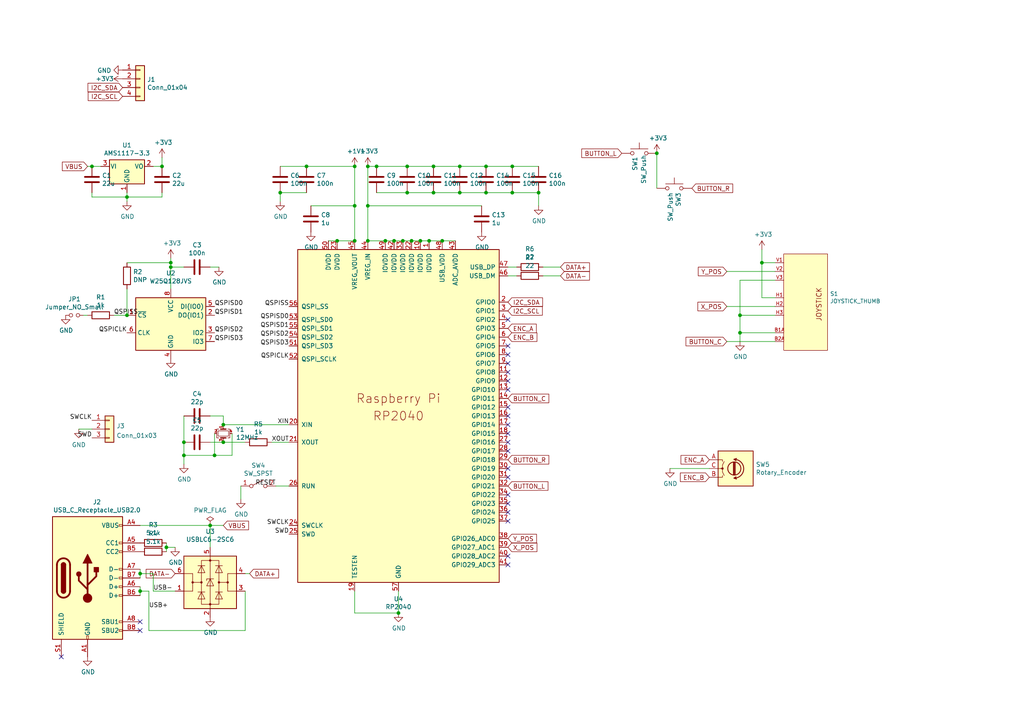
<source format=kicad_sch>
(kicad_sch (version 20211123) (generator eeschema)
  (paper "A4")
  (lib_symbols
    (symbol "Connector:USB_C_Receptacle_USB2.0" (pin_names (offset 1.016))
      (property "Reference" "J" (at -10.16 19.05 0))
      (property "Value" "USB_C_Receptacle_USB2.0" (at 19.05 19.05 0))
      (symbol "USB_C_Receptacle_USB2.0_0_0"
        (rectangle (start -0.254 -17.78) (end 0.254 -16.764))
        (rectangle (start 10.16 -14.986) (end 9.144 -15.494))
        (rectangle (start 10.16 -12.446) (end 9.144 -12.954))
        (rectangle (start 10.16 -4.826) (end 9.144 -5.334))
        (rectangle (start 10.16 -2.286) (end 9.144 -2.794))
        (rectangle (start 10.16 0.254) (end 9.144 -0.254))
        (rectangle (start 10.16 2.794) (end 9.144 2.286))
        (rectangle (start 10.16 7.874) (end 9.144 7.366))
        (rectangle (start 10.16 10.414) (end 9.144 9.906))
        (rectangle (start 10.16 15.494) (end 9.144 14.986))
      )
      (symbol "USB_C_Receptacle_USB2.0_0_1"
        (rectangle (start -10.16 17.78) (end 10.16 -17.78) (stroke (width 0.254)) (fill (type background)))
        (arc (start -8.89 -3.81) (mid -6.985 -5.715) (end -5.08 -3.81) (stroke (width 0.508)))
        (arc (start -7.62 -3.81) (mid -6.985 -4.445) (end -6.35 -3.81) (stroke (width 0.254)))
        (arc (start -7.62 -3.81) (mid -6.985 -4.445) (end -6.35 -3.81) (stroke (width 0.254)) (fill (type outline)))
        (rectangle (start -7.62 -3.81) (end -6.35 3.81) (stroke (width 0.254)) (fill (type outline)))
        (arc (start -6.35 3.81) (mid -6.985 4.445) (end -7.62 3.81) (stroke (width 0.254)))
        (arc (start -6.35 3.81) (mid -6.985 4.445) (end -7.62 3.81) (stroke (width 0.254)) (fill (type outline)))
        (arc (start -5.08 3.81) (mid -6.985 5.715) (end -8.89 3.81) (stroke (width 0.508)))
        (circle (center -2.54 1.143) (radius 0.635) (stroke (width 0.254)) (fill (type outline)))
        (circle (center 0 -5.842) (radius 1.27) (fill (type outline)))
        (polyline (pts (xy -8.89 -3.81) (xy -8.89 3.81)) (stroke (width 0.508)))
        (polyline (pts (xy -5.08 3.81) (xy -5.08 -3.81)) (stroke (width 0.508)))
        (polyline (pts (xy 0 -5.842) (xy 0 4.318)) (stroke (width 0.508)))
        (polyline (pts (xy 0 -3.302) (xy -2.54 -0.762) (xy -2.54 0.508)) (stroke (width 0.508)))
        (polyline (pts (xy 0 -2.032) (xy 2.54 0.508) (xy 2.54 1.778)) (stroke (width 0.508)))
        (polyline (pts (xy -1.27 4.318) (xy 0 6.858) (xy 1.27 4.318) (xy -1.27 4.318)) (stroke (width 0.254)) (fill (type outline)))
        (rectangle (start 1.905 1.778) (end 3.175 3.048) (stroke (width 0.254)) (fill (type outline)))
      )
      (symbol "USB_C_Receptacle_USB2.0_1_1"
        (pin passive line (at 0 -22.86 90) (length 5.08) (name "GND") (number "A1"))
        (pin passive line (at 0 -22.86 90) (length 5.08) hide (name "GND") (number "A12"))
        (pin passive line (at 15.24 15.24 180) (length 5.08) (name "VBUS") (number "A4"))
        (pin bidirectional line (at 15.24 10.16 180) (length 5.08) (name "CC1") (number "A5"))
        (pin bidirectional line (at 15.24 -2.54 180) (length 5.08) (name "D+") (number "A6"))
        (pin bidirectional line (at 15.24 2.54 180) (length 5.08) (name "D-") (number "A7"))
        (pin bidirectional line (at 15.24 -12.7 180) (length 5.08) (name "SBU1") (number "A8"))
        (pin passive line (at 15.24 15.24 180) (length 5.08) hide (name "VBUS") (number "A9"))
        (pin passive line (at 0 -22.86 90) (length 5.08) hide (name "GND") (number "B1"))
        (pin passive line (at 0 -22.86 90) (length 5.08) hide (name "GND") (number "B12"))
        (pin passive line (at 15.24 15.24 180) (length 5.08) hide (name "VBUS") (number "B4"))
        (pin bidirectional line (at 15.24 7.62 180) (length 5.08) (name "CC2") (number "B5"))
        (pin bidirectional line (at 15.24 -5.08 180) (length 5.08) (name "D+") (number "B6"))
        (pin bidirectional line (at 15.24 0 180) (length 5.08) (name "D-") (number "B7"))
        (pin bidirectional line (at 15.24 -15.24 180) (length 5.08) (name "SBU2") (number "B8"))
        (pin passive line (at 15.24 15.24 180) (length 5.08) hide (name "VBUS") (number "B9"))
        (pin passive line (at -7.62 -22.86 90) (length 5.08) (name "SHIELD") (number "S1"))
      )
    )
    (symbol "Connector_Generic:Conn_01x03" (pin_names (offset 1.016) hide)
      (property "Reference" "J" (at 0 5.08 0))
      (property "Value" "Conn_01x03" (at 0 -5.08 0))
      (symbol "Conn_01x03_1_1"
        (rectangle (start -1.27 -2.413) (end 0 -2.667) (stroke (width 0.1524)))
        (rectangle (start -1.27 0.127) (end 0 -0.127) (stroke (width 0.1524)))
        (rectangle (start -1.27 2.667) (end 0 2.413) (stroke (width 0.1524)))
        (rectangle (start -1.27 3.81) (end 1.27 -3.81) (stroke (width 0.254)) (fill (type background)))
        (pin passive line (at -5.08 2.54 0) (length 3.81) (name "Pin_1") (number "1"))
        (pin passive line (at -5.08 0 0) (length 3.81) (name "Pin_2") (number "2"))
        (pin passive line (at -5.08 -2.54 0) (length 3.81) (name "Pin_3") (number "3"))
      )
    )
    (symbol "Connector_Generic:Conn_01x04" (pin_names (offset 1.016) hide)
      (property "Reference" "J" (at 0 5.08 0))
      (property "Value" "Conn_01x04" (at 0 -7.62 0))
      (symbol "Conn_01x04_1_1"
        (rectangle (start -1.27 -4.953) (end 0 -5.207) (stroke (width 0.1524)))
        (rectangle (start -1.27 -2.413) (end 0 -2.667) (stroke (width 0.1524)))
        (rectangle (start -1.27 0.127) (end 0 -0.127) (stroke (width 0.1524)))
        (rectangle (start -1.27 2.667) (end 0 2.413) (stroke (width 0.1524)))
        (rectangle (start -1.27 3.81) (end 1.27 -6.35) (stroke (width 0.254)) (fill (type background)))
        (pin passive line (at -5.08 2.54 0) (length 3.81) (name "Pin_1") (number "1"))
        (pin passive line (at -5.08 0 0) (length 3.81) (name "Pin_2") (number "2"))
        (pin passive line (at -5.08 -2.54 0) (length 3.81) (name "Pin_3") (number "3"))
        (pin passive line (at -5.08 -5.08 0) (length 3.81) (name "Pin_4") (number "4"))
      )
    )
    (symbol "Device:C" (pin_numbers hide) (pin_names (offset 0.254))
      (property "Reference" "C" (at 0.635 2.54 0))
      (property "Value" "C" (at 0.635 -2.54 0))
      (symbol "C_0_1"
        (polyline (pts (xy -2.032 -0.762) (xy 2.032 -0.762)) (stroke (width 0.508)))
        (polyline (pts (xy -2.032 0.762) (xy 2.032 0.762)) (stroke (width 0.508)))
      )
      (symbol "C_1_1"
        (pin passive line (at 0 3.81 270) (length 2.794) (name "~") (number "1"))
        (pin passive line (at 0 -3.81 90) (length 2.794) (name "~") (number "2"))
      )
    )
    (symbol "Device:Crystal_GND24_Small" (pin_names (offset 1.016) hide)
      (property "Reference" "Y" (at 1.27 4.445 0))
      (property "Value" "Crystal_GND24_Small" (at 1.27 2.54 0))
      (symbol "Crystal_GND24_Small_0_1"
        (rectangle (start -0.762 -1.524) (end 0.762 1.524))
        (polyline (pts (xy -1.27 -0.762) (xy -1.27 0.762)) (stroke (width 0.381)))
        (polyline (pts (xy 1.27 -0.762) (xy 1.27 0.762)) (stroke (width 0.381)))
        (polyline (pts (xy -1.27 -1.27) (xy -1.27 -1.905) (xy 1.27 -1.905) (xy 1.27 -1.27)))
        (polyline (pts (xy -1.27 1.27) (xy -1.27 1.905) (xy 1.27 1.905) (xy 1.27 1.27)))
      )
      (symbol "Crystal_GND24_Small_1_1"
        (pin passive line (at -2.54 0 0) (length 1.27) (name "1") (number "1"))
        (pin passive line (at 0 -2.54 90) (length 0.635) (name "2") (number "2"))
        (pin passive line (at 2.54 0 180) (length 1.27) (name "3") (number "3"))
        (pin passive line (at 0 2.54 270) (length 0.635) (name "4") (number "4"))
      )
    )
    (symbol "Device:Jumper_NO_Small" (pin_numbers hide) (pin_names (offset 0.762) hide)
      (property "Reference" "JP" (at 0 2.032 0))
      (property "Value" "Device_Jumper_NO_Small" (at 0.254 -1.524 0))
      (symbol "Jumper_NO_Small_0_1"
        (circle (center -1.016 0) (radius 0.508))
        (circle (center 1.016 0) (radius 0.508))
        (pin passive line (at -2.54 0 0) (length 1.016) (name "1") (number "1"))
        (pin passive line (at 2.54 0 180) (length 1.016) (name "2") (number "2"))
      )
    )
    (symbol "Device:R" (pin_numbers hide) (pin_names (offset 0))
      (property "Reference" "R" (at 2.032 0 90))
      (property "Value" "R" (at 0 0 90))
      (symbol "R_0_1"
        (rectangle (start -1.016 -2.54) (end 1.016 2.54) (stroke (width 0.254)))
      )
      (symbol "R_1_1"
        (pin passive line (at 0 3.81 270) (length 1.27) (name "~") (number "1"))
        (pin passive line (at 0 -3.81 90) (length 1.27) (name "~") (number "2"))
      )
    )
    (symbol "Device:Rotary_Encoder" (pin_names (offset 0.254) hide)
      (property "Reference" "SW" (at 0 6.604 0))
      (property "Value" "Device_Rotary_Encoder" (at 0 -6.604 0))
      (symbol "Rotary_Encoder_0_1"
        (rectangle (start -5.08 5.08) (end 5.08 -5.08) (stroke (width 0.254)) (fill (type background)))
        (circle (center -3.81 0) (radius 0.254) (fill (type outline)))
        (arc (start -0.381 -2.794) (mid 2.3622 -0.0635) (end -0.381 2.667) (stroke (width 0.254)))
        (circle (center -0.381 0) (radius 1.905) (stroke (width 0.254)))
        (polyline (pts (xy -0.635 -1.778) (xy -0.635 1.778)) (stroke (width 0.254)))
        (polyline (pts (xy -0.381 -1.778) (xy -0.381 1.778)) (stroke (width 0.254)))
        (polyline (pts (xy -0.127 1.778) (xy -0.127 -1.778)) (stroke (width 0.254)))
        (polyline (pts (xy -5.08 -2.54) (xy -3.81 -2.54) (xy -3.81 -2.032)))
        (polyline (pts (xy -5.08 2.54) (xy -3.81 2.54) (xy -3.81 2.032)))
        (polyline (pts (xy 0.254 -3.048) (xy -0.508 -2.794) (xy 0.127 -2.413)) (stroke (width 0.254)))
        (polyline (pts (xy 0.254 2.921) (xy -0.508 2.667) (xy 0.127 2.286)) (stroke (width 0.254)))
        (polyline (pts (xy -5.08 0) (xy -3.81 0) (xy -3.81 -1.016) (xy -3.302 -2.032)))
        (polyline (pts (xy -4.318 0) (xy -3.81 0) (xy -3.81 1.016) (xy -3.302 2.032)))
      )
      (symbol "Rotary_Encoder_1_1"
        (pin passive line (at -7.62 2.54 0) (length 2.54) (name "A") (number "A"))
        (pin passive line (at -7.62 -2.54 0) (length 2.54) (name "B") (number "B"))
        (pin passive line (at -7.62 0 0) (length 2.54) (name "C") (number "C"))
      )
    )
    (symbol "MCU_RaspberryPi_RP2040:RP2040" (pin_names (offset 1.016))
      (property "Reference" "U" (at -29.21 49.53 0))
      (property "Value" "RP2040" (at 24.13 -49.53 0))
      (symbol "RP2040_0_0"
        (text "Raspberry Pi" (at 0 5.08 0) (effects (font (size 2.54 2.54))))
        (text "RP2040" (at 0 0 0) (effects (font (size 2.54 2.54))))
      )
      (symbol "RP2040_0_1"
        (rectangle (start 29.21 48.26) (end -29.21 -48.26) (stroke (width 0.254)) (fill (type background)))
      )
      (symbol "RP2040_1_1"
        (pin power_in line (at 8.89 50.8 270) (length 2.54) (name "IOVDD") (number "1"))
        (pin power_in line (at 6.35 50.8 270) (length 2.54) (name "IOVDD") (number "10"))
        (pin bidirectional line (at 31.75 12.7 180) (length 2.54) (name "GPIO8") (number "11"))
        (pin bidirectional line (at 31.75 10.16 180) (length 2.54) (name "GPIO9") (number "12"))
        (pin bidirectional line (at 31.75 7.62 180) (length 2.54) (name "GPIO10") (number "13"))
        (pin bidirectional line (at 31.75 5.08 180) (length 2.54) (name "GPIO11") (number "14"))
        (pin bidirectional line (at 31.75 2.54 180) (length 2.54) (name "GPIO12") (number "15"))
        (pin bidirectional line (at 31.75 0 180) (length 2.54) (name "GPIO13") (number "16"))
        (pin bidirectional line (at 31.75 -2.54 180) (length 2.54) (name "GPIO14") (number "17"))
        (pin bidirectional line (at 31.75 -5.08 180) (length 2.54) (name "GPIO15") (number "18"))
        (pin passive line (at -12.7 -50.8 90) (length 2.54) (name "TESTEN") (number "19"))
        (pin bidirectional line (at 31.75 33.02 180) (length 2.54) (name "GPIO0") (number "2"))
        (pin input line (at -31.75 -2.54 0) (length 2.54) (name "XIN") (number "20"))
        (pin passive line (at -31.75 -7.62 0) (length 2.54) (name "XOUT") (number "21"))
        (pin power_in line (at 3.81 50.8 270) (length 2.54) (name "IOVDD") (number "22"))
        (pin power_in line (at -17.78 50.8 270) (length 2.54) (name "DVDD") (number "23"))
        (pin output line (at -31.75 -31.75 0) (length 2.54) (name "SWCLK") (number "24"))
        (pin bidirectional line (at -31.75 -34.29 0) (length 2.54) (name "SWD") (number "25"))
        (pin input line (at -31.75 -20.32 0) (length 2.54) (name "RUN") (number "26"))
        (pin bidirectional line (at 31.75 -7.62 180) (length 2.54) (name "GPIO16") (number "27"))
        (pin bidirectional line (at 31.75 -10.16 180) (length 2.54) (name "GPIO17") (number "28"))
        (pin bidirectional line (at 31.75 -12.7 180) (length 2.54) (name "GPIO18") (number "29"))
        (pin bidirectional line (at 31.75 30.48 180) (length 2.54) (name "GPIO1") (number "3"))
        (pin bidirectional line (at 31.75 -15.24 180) (length 2.54) (name "GPIO19") (number "30"))
        (pin bidirectional line (at 31.75 -17.78 180) (length 2.54) (name "GPIO20") (number "31"))
        (pin bidirectional line (at 31.75 -20.32 180) (length 2.54) (name "GPIO21") (number "32"))
        (pin power_in line (at 1.27 50.8 270) (length 2.54) (name "IOVDD") (number "33"))
        (pin bidirectional line (at 31.75 -22.86 180) (length 2.54) (name "GPIO22") (number "34"))
        (pin bidirectional line (at 31.75 -25.4 180) (length 2.54) (name "GPIO23") (number "35"))
        (pin bidirectional line (at 31.75 -27.94 180) (length 2.54) (name "GPIO24") (number "36"))
        (pin bidirectional line (at 31.75 -30.48 180) (length 2.54) (name "GPIO25") (number "37"))
        (pin bidirectional line (at 31.75 -35.56 180) (length 2.54) (name "GPIO26_ADC0") (number "38"))
        (pin bidirectional line (at 31.75 -38.1 180) (length 2.54) (name "GPIO27_ADC1") (number "39"))
        (pin bidirectional line (at 31.75 27.94 180) (length 2.54) (name "GPIO2") (number "4"))
        (pin bidirectional line (at 31.75 -40.64 180) (length 2.54) (name "GPIO28_ADC2") (number "40"))
        (pin bidirectional line (at 31.75 -43.18 180) (length 2.54) (name "GPIO29_ADC3") (number "41"))
        (pin power_in line (at -1.27 50.8 270) (length 2.54) (name "IOVDD") (number "42"))
        (pin power_in line (at 16.51 50.8 270) (length 2.54) (name "ADC_AVDD") (number "43"))
        (pin power_in line (at -8.89 50.8 270) (length 2.54) (name "VREG_IN") (number "44"))
        (pin power_out line (at -12.7 50.8 270) (length 2.54) (name "VREG_VOUT") (number "45"))
        (pin bidirectional line (at 31.75 40.64 180) (length 2.54) (name "USB_DM") (number "46"))
        (pin bidirectional line (at 31.75 43.18 180) (length 2.54) (name "USB_DP") (number "47"))
        (pin power_in line (at 12.7 50.8 270) (length 2.54) (name "USB_VDD") (number "48"))
        (pin power_in line (at -3.81 50.8 270) (length 2.54) (name "IOVDD") (number "49"))
        (pin bidirectional line (at 31.75 25.4 180) (length 2.54) (name "GPIO3") (number "5"))
        (pin power_in line (at -20.32 50.8 270) (length 2.54) (name "DVDD") (number "50"))
        (pin bidirectional line (at -31.75 20.32 0) (length 2.54) (name "QSPI_SD3") (number "51"))
        (pin output line (at -31.75 16.51 0) (length 2.54) (name "QSPI_SCLK") (number "52"))
        (pin bidirectional line (at -31.75 27.94 0) (length 2.54) (name "QSPI_SD0") (number "53"))
        (pin bidirectional line (at -31.75 22.86 0) (length 2.54) (name "QSPI_SD2") (number "54"))
        (pin bidirectional line (at -31.75 25.4 0) (length 2.54) (name "QSPI_SD1") (number "55"))
        (pin bidirectional line (at -31.75 31.75 0) (length 2.54) (name "QSPI_SS") (number "56"))
        (pin power_in line (at 0 -50.8 90) (length 2.54) (name "GND") (number "57"))
        (pin bidirectional line (at 31.75 22.86 180) (length 2.54) (name "GPIO4") (number "6"))
        (pin bidirectional line (at 31.75 20.32 180) (length 2.54) (name "GPIO5") (number "7"))
        (pin bidirectional line (at 31.75 17.78 180) (length 2.54) (name "GPIO6") (number "8"))
        (pin bidirectional line (at 31.75 15.24 180) (length 2.54) (name "GPIO7") (number "9"))
      )
    )
    (symbol "Memory_Flash:W25Q128JVS"
      (property "Reference" "U" (at -8.89 8.89 0))
      (property "Value" "W25Q128JVS" (at 7.62 8.89 0))
      (symbol "W25Q128JVS_0_1"
        (rectangle (start -10.16 7.62) (end 10.16 -7.62) (stroke (width 0.254)) (fill (type background)))
      )
      (symbol "W25Q128JVS_1_1"
        (pin input line (at -12.7 2.54 0) (length 2.54) (name "~{CS}") (number "1"))
        (pin bidirectional line (at 12.7 2.54 180) (length 2.54) (name "DO(IO1)") (number "2"))
        (pin bidirectional line (at 12.7 -2.54 180) (length 2.54) (name "IO2") (number "3"))
        (pin power_in line (at 0 -10.16 90) (length 2.54) (name "GND") (number "4"))
        (pin bidirectional line (at 12.7 5.08 180) (length 2.54) (name "DI(IO0)") (number "5"))
        (pin input line (at -12.7 -2.54 0) (length 2.54) (name "CLK") (number "6"))
        (pin bidirectional line (at 12.7 -5.08 180) (length 2.54) (name "IO3") (number "7"))
        (pin power_in line (at 0 10.16 270) (length 2.54) (name "VCC") (number "8"))
      )
    )
    (symbol "Power_Protection:USBLC6-2SC6" (pin_names hide)
      (property "Reference" "U" (at 2.54 8.89 0))
      (property "Value" "USBLC6-2SC6" (at 2.54 -8.89 0))
      (symbol "USBLC6-2SC6_0_1"
        (rectangle (start -7.62 -7.62) (end 7.62 7.62) (stroke (width 0.254)) (fill (type background)))
        (circle (center -5.08 0) (radius 0.254) (fill (type outline)))
        (circle (center -2.54 0) (radius 0.254) (fill (type outline)))
        (rectangle (start -2.54 6.35) (end 2.54 -6.35))
        (circle (center 0 -6.35) (radius 0.254) (fill (type outline)))
        (polyline (pts (xy -5.08 -2.54) (xy -7.62 -2.54)))
        (polyline (pts (xy -5.08 0) (xy -5.08 -2.54)))
        (polyline (pts (xy -5.08 2.54) (xy -7.62 2.54)))
        (polyline (pts (xy -1.524 -2.794) (xy -3.556 -2.794)))
        (polyline (pts (xy -1.524 4.826) (xy -3.556 4.826)))
        (polyline (pts (xy 0 -7.62) (xy 0 -6.35)))
        (polyline (pts (xy 0 -6.35) (xy 0 1.27)))
        (polyline (pts (xy 0 1.27) (xy 0 6.35)))
        (polyline (pts (xy 0 6.35) (xy 0 7.62)))
        (polyline (pts (xy 1.524 -2.794) (xy 3.556 -2.794)))
        (polyline (pts (xy 1.524 4.826) (xy 3.556 4.826)))
        (polyline (pts (xy 5.08 -2.54) (xy 7.62 -2.54)))
        (polyline (pts (xy 5.08 0) (xy 5.08 -2.54)))
        (polyline (pts (xy 5.08 2.54) (xy 7.62 2.54)))
        (polyline (pts (xy -2.54 0) (xy -5.08 0) (xy -5.08 2.54)))
        (polyline (pts (xy 2.54 0) (xy 5.08 0) (xy 5.08 2.54)))
        (polyline (pts (xy -3.556 -4.826) (xy -1.524 -4.826) (xy -2.54 -2.794) (xy -3.556 -4.826)))
        (polyline (pts (xy -3.556 2.794) (xy -1.524 2.794) (xy -2.54 4.826) (xy -3.556 2.794)))
        (polyline (pts (xy -1.016 -1.016) (xy 1.016 -1.016) (xy 0 1.016) (xy -1.016 -1.016)))
        (polyline (pts (xy 1.016 1.016) (xy 0.762 1.016) (xy -1.016 1.016) (xy -1.016 0.508)))
        (polyline (pts (xy 3.556 -4.826) (xy 1.524 -4.826) (xy 2.54 -2.794) (xy 3.556 -4.826)))
        (polyline (pts (xy 3.556 2.794) (xy 1.524 2.794) (xy 2.54 4.826) (xy 3.556 2.794)))
        (circle (center 0 6.35) (radius 0.254) (fill (type outline)))
        (circle (center 2.54 0) (radius 0.254) (fill (type outline)))
        (circle (center 5.08 0) (radius 0.254) (fill (type outline)))
      )
      (symbol "USBLC6-2SC6_1_1"
        (pin passive line (at -10.16 -2.54 0) (length 2.54) (name "I/O1") (number "1"))
        (pin passive line (at 0 -10.16 90) (length 2.54) (name "GND") (number "2"))
        (pin passive line (at 10.16 -2.54 180) (length 2.54) (name "I/O2") (number "3"))
        (pin passive line (at 10.16 2.54 180) (length 2.54) (name "I/O2") (number "4"))
        (pin passive line (at 0 10.16 270) (length 2.54) (name "VBUS") (number "5"))
        (pin passive line (at -10.16 2.54 0) (length 2.54) (name "I/O1") (number "6"))
      )
    )
    (symbol "Regulator_Linear:AMS1117-3.3" (pin_names (offset 0.254))
      (property "Reference" "U" (at -3.81 3.175 0))
      (property "Value" "AMS1117-3.3" (at 0 3.175 0))
      (symbol "AMS1117-3.3_0_1"
        (rectangle (start -5.08 -5.08) (end 5.08 1.905) (stroke (width 0.254)) (fill (type background)))
      )
      (symbol "AMS1117-3.3_1_1"
        (pin power_in line (at 0 -7.62 90) (length 2.54) (name "GND") (number "1"))
        (pin power_out line (at 7.62 0 180) (length 2.54) (name "VO") (number "2"))
        (pin power_in line (at -7.62 0 0) (length 2.54) (name "VI") (number "3"))
      )
    )
    (symbol "Sparkfun-sw:JOYSTICK_THUMB" (pin_names (offset 1.016) hide)
      (property "Reference" "S" (at -6.35 13.97 0))
      (property "Value" "JOYSTICK_THUMB" (at -6.35 -17.78 0))
      (property "Field4" "COMP-09744" (at 0 17.78 0))
      (symbol "JOYSTICK_THUMB_1_0"
        (text "JOYSTICK" (at 3.8608 -1.905 900) (effects (font (size 1.4224 1.4224))))
      )
      (symbol "JOYSTICK_THUMB_1_1"
        (polyline (pts (xy -6.35 12.7) (xy 6.35 12.7) (xy 6.35 -15.24) (xy -6.35 -15.24) (xy -6.35 12.7)) (fill (type background)))
        (pin bidirectional line (at -8.89 -10.16 0) (length 2.54) (name "SEL+") (number "B1A"))
        (pin bidirectional line (at -8.89 -12.7 0) (length 2.54) (name "SEL-") (number "B2A"))
        (pin bidirectional line (at -8.89 0 0) (length 2.54) (name "H+") (number "H1"))
        (pin bidirectional line (at -8.89 -2.54 0) (length 2.54) (name "H") (number "H2"))
        (pin bidirectional line (at -8.89 -5.08 0) (length 2.54) (name "H-") (number "H3"))
        (pin bidirectional line (at -8.89 10.16 0) (length 2.54) (name "V+") (number "V1"))
        (pin bidirectional line (at -8.89 7.62 0) (length 2.54) (name "V") (number "V2"))
        (pin bidirectional line (at -8.89 5.08 0) (length 2.54) (name "V-") (number "V3"))
      )
    )
    (symbol "Switch:SW_Push" (pin_numbers hide) (pin_names (offset 1.016) hide)
      (property "Reference" "SW" (at 1.27 2.54 0))
      (property "Value" "SW_Push" (at 0 -1.524 0))
      (symbol "SW_Push_0_1"
        (circle (center -2.032 0) (radius 0.508))
        (polyline (pts (xy 0 1.27) (xy 0 3.048)))
        (polyline (pts (xy 2.54 1.27) (xy -2.54 1.27)))
        (circle (center 2.032 0) (radius 0.508))
        (pin passive line (at -5.08 0 0) (length 2.54) (name "1") (number "1"))
        (pin passive line (at 5.08 0 180) (length 2.54) (name "2") (number "2"))
      )
    )
    (symbol "Switch:SW_SPST" (pin_names (offset 0) hide)
      (property "Reference" "SW" (at 0 3.175 0))
      (property "Value" "SW_SPST" (at 0 -2.54 0))
      (symbol "SW_SPST_0_0"
        (circle (center -2.032 0) (radius 0.508))
        (polyline (pts (xy -1.524 0.254) (xy 1.524 1.778)))
        (circle (center 2.032 0) (radius 0.508))
      )
      (symbol "SW_SPST_1_1"
        (pin passive line (at -5.08 0 0) (length 2.54) (name "A") (number "1"))
        (pin passive line (at 5.08 0 180) (length 2.54) (name "B") (number "2"))
      )
    )
    (symbol "power:+1V1" (power) (pin_names (offset 0))
      (property "Value" "+1V1" (at 0 3.556 0))
      (symbol "+1V1_0_1"
        (polyline (pts (xy -0.762 1.27) (xy 0 2.54)))
        (polyline (pts (xy 0 0) (xy 0 2.54)))
        (polyline (pts (xy 0 2.54) (xy 0.762 1.27)))
      )
      (symbol "+1V1_1_1"
        (pin power_in line (at 0 0 90) (length 0) hide (name "+1V1") (number "1"))
      )
    )
    (symbol "power:+3.3V" (power) (pin_names (offset 0))
      (property "Value" "+3.3V" (at 0 3.556 0))
      (symbol "+3.3V_0_1"
        (polyline (pts (xy -0.762 1.27) (xy 0 2.54)))
        (polyline (pts (xy 0 0) (xy 0 2.54)))
        (polyline (pts (xy 0 2.54) (xy 0.762 1.27)))
      )
      (symbol "+3.3V_1_1"
        (pin power_in line (at 0 0 90) (length 0) hide (name "+3V3") (number "1"))
      )
    )
    (symbol "power:GND" (power) (pin_names (offset 0))
      (property "Value" "GND" (at 0 -3.81 0))
      (symbol "GND_0_1"
        (polyline (pts (xy 0 0) (xy 0 -1.27) (xy 1.27 -1.27) (xy 0 -2.54) (xy -1.27 -1.27) (xy 0 -1.27)))
      )
      (symbol "GND_1_1"
        (pin power_in line (at 0 0 270) (length 0) hide (name "GND") (number "1"))
      )
    )
    (symbol "power:PWR_FLAG" (power) (pin_numbers hide) (pin_names (offset 0) hide)
      (property "Value" "PWR_FLAG" (at 0 3.81 0))
      (symbol "PWR_FLAG_0_0"
        (pin power_out line (at 0 0 90) (length 0) (name "pwr") (number "1"))
      )
      (symbol "PWR_FLAG_0_1"
        (polyline (pts (xy 0 0) (xy 0 1.27) (xy -1.016 1.905) (xy 0 2.54) (xy 1.016 1.905) (xy 0 1.27)))
      )
    )
  )
  (junction (at 121.92 69.85))
  (junction (at 88.9 48.26))
  (junction (at 109.22 48.26))
  (junction (at 48.26 158.75))
  (junction (at 124.46 69.85))
  (junction (at 118.11 55.88))
  (junction (at 46.99 48.26))
  (junction (at 49.53 77.47))
  (junction (at 106.68 48.26))
  (junction (at 102.87 48.26))
  (junction (at 148.59 55.88))
  (junction (at 36.83 91.44))
  (junction (at 214.63 96.52))
  (junction (at 116.84 69.85))
  (junction (at 64.77 123.19))
  (junction (at 140.97 48.26))
  (junction (at 128.27 69.85))
  (junction (at 220.98 76.2))
  (junction (at 40.64 166.37))
  (junction (at 40.64 171.45))
  (junction (at 36.83 57.15))
  (junction (at 190.5 44.45))
  (junction (at 102.87 59.69))
  (junction (at 111.76 69.85))
  (junction (at 114.3 69.85))
  (junction (at 53.34 132.08))
  (junction (at 62.23 132.08))
  (junction (at 26.67 48.26))
  (junction (at 97.79 69.85))
  (junction (at 156.21 55.88))
  (junction (at 140.97 55.88))
  (junction (at 102.87 69.85))
  (junction (at 49.53 76.2))
  (junction (at 106.68 59.69))
  (junction (at 53.34 128.27))
  (junction (at 115.57 177.8))
  (junction (at 60.96 152.4))
  (junction (at 64.77 128.27))
  (junction (at 119.38 69.85))
  (junction (at 148.59 48.26))
  (junction (at 133.35 55.88))
  (junction (at 133.35 48.26))
  (junction (at 125.73 55.88))
  (junction (at 118.11 48.26))
  (junction (at 214.63 91.44))
  (junction (at 125.73 48.26))
  (junction (at 81.28 55.88))
  (junction (at 106.68 69.85))
  (no_connect (at 147.32 110.49))
  (no_connect (at 40.64 180.34))
  (no_connect (at 147.32 128.27))
  (no_connect (at 147.32 148.59))
  (no_connect (at 147.32 100.33))
  (no_connect (at 147.32 143.51))
  (no_connect (at 147.32 146.05))
  (no_connect (at 147.32 123.19))
  (no_connect (at 147.32 161.29))
  (no_connect (at 147.32 113.03))
  (no_connect (at 147.32 151.13))
  (no_connect (at 147.32 105.41))
  (no_connect (at 147.32 130.81))
  (no_connect (at 147.32 135.89))
  (no_connect (at 147.32 107.95))
  (no_connect (at 40.64 182.88))
  (no_connect (at 147.32 92.71))
  (no_connect (at 17.78 190.5))
  (no_connect (at 147.32 138.43))
  (no_connect (at 147.32 102.87))
  (no_connect (at 147.32 120.65))
  (no_connect (at 147.32 118.11))
  (no_connect (at 147.32 125.73))
  (no_connect (at 147.32 163.83))
  (wire (pts (xy 49.53 76.2) (xy 49.53 77.47)))
  (wire (pts (xy 121.92 69.85) (xy 124.46 69.85)))
  (wire (pts (xy 36.83 76.2) (xy 49.53 76.2)))
  (wire (pts (xy 116.84 69.85) (xy 119.38 69.85)))
  (wire (pts (xy 40.64 165.1) (xy 40.64 166.37)))
  (wire (pts (xy 22.86 124.46) (xy 26.67 124.46)))
  (wire (pts (xy 53.34 128.27) (xy 53.34 120.65)))
  (wire (pts (xy 109.22 48.26) (xy 118.11 48.26)))
  (wire (pts (xy 44.45 171.45) (xy 50.8 171.45)))
  (wire (pts (xy 111.76 69.85) (xy 114.3 69.85)))
  (wire (pts (xy 48.26 158.75) (xy 48.26 160.02)))
  (wire (pts (xy 53.34 134.62) (xy 53.34 132.08)))
  (wire (pts (xy 49.53 74.93) (xy 49.53 76.2)))
  (wire (pts (xy 133.35 55.88) (xy 140.97 55.88)))
  (wire (pts (xy 149.86 77.47) (xy 147.32 77.47)))
  (wire (pts (xy 62.23 125.73) (xy 62.23 132.08)))
  (wire (pts (xy 220.98 86.36) (xy 220.98 76.2)))
  (wire (pts (xy 71.12 128.27) (xy 64.77 128.27)))
  (wire (pts (xy 60.96 152.4) (xy 64.77 152.4)))
  (wire (pts (xy 106.68 69.85) (xy 111.76 69.85)))
  (wire (pts (xy 71.12 171.45) (xy 71.12 182.88)))
  (wire (pts (xy 224.79 86.36) (xy 220.98 86.36)))
  (wire (pts (xy 88.9 55.88) (xy 81.28 55.88)))
  (wire (pts (xy 48.26 158.75) (xy 50.8 158.75)))
  (wire (pts (xy 224.79 96.52) (xy 214.63 96.52)))
  (wire (pts (xy 43.18 182.88) (xy 71.12 182.88)))
  (wire (pts (xy 224.79 76.2) (xy 220.98 76.2)))
  (wire (pts (xy 106.68 48.26) (xy 109.22 48.26)))
  (wire (pts (xy 53.34 77.47) (xy 49.53 77.47)))
  (wire (pts (xy 133.35 48.26) (xy 140.97 48.26)))
  (wire (pts (xy 97.79 69.85) (xy 102.87 69.85)))
  (wire (pts (xy 194.31 135.89) (xy 205.74 135.89)))
  (wire (pts (xy 224.79 81.28) (xy 214.63 81.28)))
  (wire (pts (xy 210.82 78.74) (xy 224.79 78.74)))
  (wire (pts (xy 214.63 81.28) (xy 214.63 91.44)))
  (wire (pts (xy 29.21 48.26) (xy 26.67 48.26)))
  (wire (pts (xy 36.83 83.82) (xy 36.83 91.44)))
  (wire (pts (xy 71.12 166.37) (xy 72.39 166.37)))
  (wire (pts (xy 128.27 69.85) (xy 132.08 69.85)))
  (wire (pts (xy 90.17 59.69) (xy 102.87 59.69)))
  (wire (pts (xy 46.99 48.26) (xy 46.99 45.72)))
  (wire (pts (xy 46.99 57.15) (xy 46.99 55.88)))
  (wire (pts (xy 24.13 91.44) (xy 25.4 91.44)))
  (wire (pts (xy 44.45 166.37) (xy 40.64 166.37)))
  (wire (pts (xy 115.57 171.45) (xy 115.57 177.8)))
  (wire (pts (xy 60.96 128.27) (xy 64.77 128.27)))
  (wire (pts (xy 148.59 48.26) (xy 156.21 48.26)))
  (wire (pts (xy 40.64 170.18) (xy 40.64 171.45)))
  (wire (pts (xy 118.11 48.26) (xy 125.73 48.26)))
  (wire (pts (xy 40.64 171.45) (xy 40.64 172.72)))
  (wire (pts (xy 157.48 80.01) (xy 162.56 80.01)))
  (wire (pts (xy 125.73 55.88) (xy 133.35 55.88)))
  (wire (pts (xy 125.73 55.88) (xy 118.11 55.88)))
  (wire (pts (xy 114.3 69.85) (xy 116.84 69.85)))
  (wire (pts (xy 80.01 140.97) (xy 83.82 140.97)))
  (wire (pts (xy 210.82 88.9) (xy 224.79 88.9)))
  (wire (pts (xy 102.87 171.45) (xy 102.87 177.8)))
  (wire (pts (xy 26.67 55.88) (xy 26.67 57.15)))
  (wire (pts (xy 49.53 77.47) (xy 49.53 83.82)))
  (wire (pts (xy 25.4 48.26) (xy 26.67 48.26)))
  (wire (pts (xy 53.34 132.08) (xy 53.34 128.27)))
  (wire (pts (xy 62.23 132.08) (xy 67.31 132.08)))
  (wire (pts (xy 156.21 55.88) (xy 148.59 55.88)))
  (wire (pts (xy 214.63 91.44) (xy 214.63 96.52)))
  (wire (pts (xy 40.64 171.45) (xy 43.18 171.45)))
  (wire (pts (xy 44.45 171.45) (xy 44.45 166.37)))
  (wire (pts (xy 83.82 128.27) (xy 78.74 128.27)))
  (wire (pts (xy 36.83 58.42) (xy 36.83 57.15)))
  (wire (pts (xy 140.97 48.26) (xy 148.59 48.26)))
  (wire (pts (xy 124.46 69.85) (xy 128.27 69.85)))
  (wire (pts (xy 106.68 59.69) (xy 139.7 59.69)))
  (wire (pts (xy 102.87 48.26) (xy 88.9 48.26)))
  (wire (pts (xy 106.68 69.85) (xy 106.68 59.69)))
  (wire (pts (xy 214.63 96.52) (xy 214.63 99.06)))
  (wire (pts (xy 148.59 55.88) (xy 140.97 55.88)))
  (wire (pts (xy 40.64 152.4) (xy 60.96 152.4)))
  (wire (pts (xy 119.38 69.85) (xy 121.92 69.85)))
  (wire (pts (xy 60.96 120.65) (xy 64.77 120.65)))
  (wire (pts (xy 88.9 48.26) (xy 81.28 48.26)))
  (wire (pts (xy 220.98 76.2) (xy 220.98 72.39)))
  (wire (pts (xy 81.28 58.42) (xy 81.28 55.88)))
  (wire (pts (xy 83.82 123.19) (xy 64.77 123.19)))
  (wire (pts (xy 36.83 57.15) (xy 36.83 55.88)))
  (wire (pts (xy 69.85 144.78) (xy 69.85 140.97)))
  (wire (pts (xy 224.79 91.44) (xy 214.63 91.44)))
  (wire (pts (xy 33.02 91.44) (xy 36.83 91.44)))
  (wire (pts (xy 60.96 152.4) (xy 60.96 158.75)))
  (wire (pts (xy 125.73 48.26) (xy 133.35 48.26)))
  (wire (pts (xy 44.45 48.26) (xy 46.99 48.26)))
  (wire (pts (xy 64.77 120.65) (xy 64.77 123.19)))
  (wire (pts (xy 26.67 57.15) (xy 36.83 57.15)))
  (wire (pts (xy 60.96 77.47) (xy 63.5 77.47)))
  (wire (pts (xy 102.87 59.69) (xy 102.87 69.85)))
  (wire (pts (xy 36.83 57.15) (xy 46.99 57.15)))
  (wire (pts (xy 102.87 177.8) (xy 115.57 177.8)))
  (wire (pts (xy 53.34 132.08) (xy 62.23 132.08)))
  (wire (pts (xy 67.31 132.08) (xy 67.31 125.73)))
  (wire (pts (xy 102.87 48.26) (xy 102.87 59.69)))
  (wire (pts (xy 162.56 77.47) (xy 157.48 77.47)))
  (wire (pts (xy 48.26 157.48) (xy 48.26 158.75)))
  (wire (pts (xy 95.25 69.85) (xy 97.79 69.85)))
  (wire (pts (xy 156.21 55.88) (xy 156.21 59.69)))
  (wire (pts (xy 106.68 59.69) (xy 106.68 48.26)))
  (wire (pts (xy 210.82 99.06) (xy 224.79 99.06)))
  (wire (pts (xy 40.64 166.37) (xy 40.64 167.64)))
  (wire (pts (xy 43.18 182.88) (xy 43.18 171.45)))
  (wire (pts (xy 190.5 54.61) (xy 190.5 44.45)))
  (wire (pts (xy 147.32 80.01) (xy 149.86 80.01)))
  (wire (pts (xy 118.11 55.88) (xy 109.22 55.88)))
  (label "QSPISD0" (at 62.23 88.9 0))
  (label "SWD" (at 83.82 154.94 180))
  (label "XOUT" (at 83.82 128.27 180))
  (label "SWCLK" (at 26.67 121.92 180))
  (label "SWCLK" (at 83.82 152.4 180))
  (label "USB+" (at 43.18 176.53 0))
  (label "QSPISD3" (at 83.82 100.33 180))
  (label "QSPISS" (at 83.82 88.9 180))
  (label "QSPISD2" (at 83.82 97.79 180))
  (label "QSPICLK" (at 83.82 104.14 180))
  (label "SWD" (at 26.67 127 180))
  (label "QSPISD3" (at 62.23 99.06 0))
  (label "QSPISD1" (at 62.23 91.44 0))
  (label "QSPISD0" (at 83.82 92.71 180))
  (label "QSPICLK" (at 36.83 96.52 180))
  (label "QSPISD1" (at 83.82 95.25 180))
  (label "RESET" (at 80.01 140.97 180))
  (label "USB-" (at 44.45 171.45 0))
  (label "QSPISS" (at 33.02 91.44 0))
  (label "XIN" (at 83.82 123.19 180))
  (label "QSPISD2" (at 62.23 96.52 0))
  (global_label "ENC_A" (shape input) (at 147.32 95.25 0) (property "Intersheet References" "${INTERSHEET_REFS}" (effects hide)))
  (global_label "BUTTON_R" (shape input) (at 200.66 54.61 0) (property "Intersheet References" "${INTERSHEET_REFS}" (effects hide)))
  (global_label "ENC_B" (shape input) (at 205.74 138.43 180) (property "Intersheet References" "${INTERSHEET_REFS}" (effects hide)))
  (global_label "X_POS" (shape input) (at 147.32 158.75 0) (property "Intersheet References" "${INTERSHEET_REFS}" (effects hide)))
  (global_label "Y_POS" (shape input) (at 210.82 78.74 180) (property "Intersheet References" "${INTERSHEET_REFS}" (effects hide)))
  (global_label "I2C_SDA" (shape input) (at 147.32 87.63 0) (property "Intersheet References" "${INTERSHEET_REFS}" (effects hide)))
  (global_label "DATA+" (shape input) (at 162.56 77.47 0) (property "Intersheet References" "${INTERSHEET_REFS}" (effects hide)))
  (global_label "VBUS" (shape input) (at 25.4 48.26 180) (property "Intersheet References" "${INTERSHEET_REFS}" (effects hide)))
  (global_label "VBUS" (shape input) (at 64.77 152.4 0) (property "Intersheet References" "${INTERSHEET_REFS}" (effects hide)))
  (global_label "ENC_A" (shape input) (at 205.74 133.35 180) (property "Intersheet References" "${INTERSHEET_REFS}" (effects hide)))
  (global_label "BUTTON_L" (shape input) (at 147.32 140.97 0) (property "Intersheet References" "${INTERSHEET_REFS}" (effects hide)))
  (global_label "BUTTON_C" (shape input) (at 147.32 115.57 0) (property "Intersheet References" "${INTERSHEET_REFS}" (effects hide)))
  (global_label "BUTTON_C" (shape input) (at 210.82 99.06 180) (property "Intersheet References" "${INTERSHEET_REFS}" (effects hide)))
  (global_label "ENC_B" (shape input) (at 147.32 97.79 0) (property "Intersheet References" "${INTERSHEET_REFS}" (effects hide)))
  (global_label "I2C_SCL" (shape input) (at 35.56 27.94 180) (property "Intersheet References" "${INTERSHEET_REFS}" (effects hide)))
  (global_label "DATA+" (shape input) (at 72.39 166.37 0) (property "Intersheet References" "${INTERSHEET_REFS}" (effects hide)))
  (global_label "BUTTON_R" (shape input) (at 147.32 133.35 0) (property "Intersheet References" "${INTERSHEET_REFS}" (effects hide)))
  (global_label "DATA-" (shape input) (at 50.8 166.37 180) (property "Intersheet References" "${INTERSHEET_REFS}" (effects hide)))
  (global_label "I2C_SDA" (shape input) (at 35.56 25.4 180) (property "Intersheet References" "${INTERSHEET_REFS}" (effects hide)))
  (global_label "I2C_SCL" (shape input) (at 147.32 90.17 0) (property "Intersheet References" "${INTERSHEET_REFS}" (effects hide)))
  (global_label "Y_POS" (shape input) (at 147.32 156.21 0) (property "Intersheet References" "${INTERSHEET_REFS}" (effects hide)))
  (global_label "DATA-" (shape input) (at 162.56 80.01 0) (property "Intersheet References" "${INTERSHEET_REFS}" (effects hide)))
  (global_label "X_POS" (shape input) (at 210.82 88.9 180) (property "Intersheet References" "${INTERSHEET_REFS}" (effects hide)))
  (global_label "BUTTON_L" (shape input) (at 180.34 44.45 180) (property "Intersheet References" "${INTERSHEET_REFS}" (effects hide)))
  (symbol (lib_id "Connector_Generic:Conn_01x04") (at 40.64 22.86 0) (unit 1)
    (property "Reference" "J1" (at 42.672 23.0632 0) (effects (justify left)))
    (property "Value" "Conn_01x04" (at 42.672 25.3746 0) (effects (justify left)))
    (property "Footprint" "Connector_JST:JST_SH_SM04B-SRSS-TB_1x04-1MP_P1.00mm_Horizontal" (effects hide))
  )
  (symbol (lib_id "Switch:SW_Push") (at 185.42 44.45 0) (unit 1)
    (property "Reference" "SW1" (at 184.15 49.53 90) (effects (justify left)))
    (property "Value" "SW_Push" (at 186.69 53.34 90) (effects (justify left)))
    (property "Footprint" "Keebio:Kailh-PG1350-1u-NoLED" (effects hide))
  )
  (symbol (lib_id "Switch:SW_Push") (at 195.58 54.61 0) (unit 1)
    (property "Reference" "SW3" (at 196.7484 55.8292 90) (effects (justify right)))
    (property "Value" "SW_Push" (at 194.437 55.8292 90) (effects (justify right)))
    (property "Footprint" "Keebio:Kailh-PG1350-1u-NoLED" (effects hide))
  )
  (symbol (lib_id "power:GND") (at 35.56 20.32 270) (unit 1)
    (property "Reference" "#PWR0106" (effects hide))
    (property "Value" "GND" (at 32.3088 20.447 90) (effects (justify right)))
  )
  (symbol (lib_id "power:+3.3V") (at 35.56 22.86 90) (unit 1)
    (property "Reference" "#PWR0107" (effects hide))
    (property "Value" "+3.3V" (at 33.02 22.86 90) (effects (justify left)))
  )
  (symbol (lib_id "Sparkfun-sw:JOYSTICK_THUMB") (at 233.68 86.36 0) (unit 1)
    (property "Reference" "S1" (at 240.7412 85.217 0) (effects (font (size 1.143 1.143)) (justify left)))
    (property "Value" "JOYSTICK_THUMB" (at 240.7412 87.3506 0) (effects (font (size 1.143 1.143)) (justify left)))
    (property "Footprint" "sparkfun-sw:JOYSTICK" (effects hide))
    (property "Field4" "COMP-09744" (effects hide))
  )
  (symbol (lib_id "power:+3.3V") (at 220.98 72.39 0) (unit 1)
    (property "Reference" "#PWR0108" (effects hide))
    (property "Value" "+3.3V" (at 221.361 67.9958 0))
  )
  (symbol (lib_id "power:GND") (at 214.63 99.06 0) (unit 1)
    (property "Reference" "#PWR0109" (effects hide))
    (property "Value" "GND" (at 214.757 103.4542 0))
  )
  (symbol (lib_id "MCU_RaspberryPi_RP2040:RP2040") (at 115.57 120.65 0) (unit 1)
    (property "Reference" "U4" (at 115.57 173.7106 0))
    (property "Value" "RP2040" (at 115.57 176.022 0))
    (property "Footprint" "RP2040_minimal:RP2040-QFN-56" (effects hide))
    (property "LCSC" "C2040" (effects hide))
  )
  (symbol (lib_id "Device:C") (at 81.28 52.07 0) (unit 1)
    (property "Reference" "C6" (at 84.201 50.9016 0) (effects (justify left)))
    (property "Value" "100n" (at 84.201 53.213 0) (effects (justify left)))
    (property "Footprint" "Capacitor_SMD:C_0402_1005Metric" (effects hide))
    (property "LCSC" "C1525" (effects hide))
  )
  (symbol (lib_id "Device:C") (at 88.9 52.07 0) (unit 1)
    (property "Reference" "C7" (at 91.821 50.9016 0) (effects (justify left)))
    (property "Value" "100n" (at 91.821 53.213 0) (effects (justify left)))
    (property "Footprint" "Capacitor_SMD:C_0402_1005Metric" (effects hide))
    (property "LCSC" "C1525" (effects hide))
  )
  (symbol (lib_id "Device:C") (at 109.22 52.07 0) (unit 1)
    (property "Reference" "C9" (at 112.141 50.9016 0) (effects (justify left)))
    (property "Value" "100n" (at 112.141 53.213 0) (effects (justify left)))
    (property "Footprint" "Capacitor_SMD:C_0402_1005Metric" (effects hide))
    (property "LCSC" "C1525" (effects hide))
  )
  (symbol (lib_id "Device:C") (at 118.11 52.07 0) (unit 1)
    (property "Reference" "C10" (at 121.031 50.9016 0) (effects (justify left)))
    (property "Value" "100n" (at 121.031 53.213 0) (effects (justify left)))
    (property "Footprint" "Capacitor_SMD:C_0402_1005Metric" (effects hide))
    (property "LCSC" "C1525" (effects hide))
  )
  (symbol (lib_id "Device:C") (at 125.73 52.07 0) (unit 1)
    (property "Reference" "C11" (at 128.651 50.9016 0) (effects (justify left)))
    (property "Value" "100n" (at 128.651 53.213 0) (effects (justify left)))
    (property "Footprint" "Capacitor_SMD:C_0402_1005Metric" (effects hide))
    (property "LCSC" "C1525" (effects hide))
  )
  (symbol (lib_id "Device:C") (at 133.35 52.07 0) (unit 1)
    (property "Reference" "C12" (at 136.271 50.9016 0) (effects (justify left)))
    (property "Value" "100n" (at 136.271 53.213 0) (effects (justify left)))
    (property "Footprint" "Capacitor_SMD:C_0402_1005Metric" (effects hide))
    (property "LCSC" "C1525" (effects hide))
  )
  (symbol (lib_id "Device:C") (at 140.97 52.07 0) (unit 1)
    (property "Reference" "C14" (at 143.891 50.9016 0) (effects (justify left)))
    (property "Value" "100n" (at 143.891 53.213 0) (effects (justify left)))
    (property "Footprint" "Capacitor_SMD:C_0402_1005Metric" (effects hide))
    (property "LCSC" "C1525" (effects hide))
  )
  (symbol (lib_id "Device:C") (at 148.59 52.07 0) (unit 1)
    (property "Reference" "C15" (at 151.511 50.9016 0) (effects (justify left)))
    (property "Value" "100n" (at 151.511 53.213 0) (effects (justify left)))
    (property "Footprint" "Capacitor_SMD:C_0402_1005Metric" (effects hide))
    (property "LCSC" "C1525" (effects hide))
  )
  (symbol (lib_id "Device:C") (at 156.21 52.07 0) (unit 1)
    (property "Reference" "C16" (at 159.131 50.9016 0) (effects (justify left)))
    (property "Value" "100n" (at 159.131 53.213 0) (effects (justify left)))
    (property "Footprint" "Capacitor_SMD:C_0402_1005Metric" (effects hide))
    (property "LCSC" "C1525" (effects hide))
  )
  (symbol (lib_id "Device:C") (at 90.17 63.5 0) (unit 1)
    (property "Reference" "C8" (at 93.091 62.3316 0) (effects (justify left)))
    (property "Value" "1u" (at 93.091 64.643 0) (effects (justify left)))
    (property "Footprint" "Capacitor_SMD:C_0402_1005Metric" (effects hide))
    (property "LCSC" "C52923" (effects hide))
  )
  (symbol (lib_id "Device:C") (at 139.7 63.5 0) (unit 1)
    (property "Reference" "C13" (at 142.621 62.3316 0) (effects (justify left)))
    (property "Value" "1u" (at 142.621 64.643 0) (effects (justify left)))
    (property "Footprint" "Capacitor_SMD:C_0402_1005Metric" (effects hide))
    (property "LCSC" "C52923" (effects hide))
  )
  (symbol (lib_id "power:GND") (at 139.7 67.31 0) (unit 1)
    (property "Reference" "#PWR0101" (effects hide))
    (property "Value" "GND" (at 139.827 71.7042 0))
  )
  (symbol (lib_id "power:GND") (at 156.21 59.69 0) (unit 1)
    (property "Reference" "#PWR0102" (effects hide))
    (property "Value" "GND" (at 156.337 64.0842 0))
  )
  (symbol (lib_id "power:GND") (at 81.28 58.42 0) (unit 1)
    (property "Reference" "#PWR0103" (effects hide))
    (property "Value" "GND" (at 81.407 62.8142 0))
  )
  (symbol (lib_id "power:GND") (at 90.17 67.31 0) (unit 1)
    (property "Reference" "#PWR0104" (effects hide))
    (property "Value" "GND" (at 90.297 71.7042 0))
  )
  (symbol (lib_id "Device:Crystal_GND24_Small") (at 64.77 125.73 270) (unit 1)
    (property "Reference" "Y1" (at 68.4276 124.5616 90) (effects (justify left)))
    (property "Value" "12MHz" (at 68.4276 126.873 90) (effects (justify left)))
    (property "Footprint" "Crystal:Crystal_SMD_3225-4Pin_3.2x2.5mm" (effects hide))
    (property "LCSC" "C9002" (effects hide))
  )
  (symbol (lib_id "Device:C") (at 57.15 120.65 270) (unit 1)
    (property "Reference" "C4" (at 57.15 114.2492 90))
    (property "Value" "22p" (at 57.15 116.5606 90))
    (property "Footprint" "Capacitor_SMD:C_0402_1005Metric" (effects hide))
    (property "LCSC" "C1555" (effects hide))
  )
  (symbol (lib_id "Device:C") (at 57.15 128.27 270) (unit 1)
    (property "Reference" "C5" (at 57.15 121.8692 90))
    (property "Value" "22p" (at 57.15 124.1806 90))
    (property "Footprint" "Capacitor_SMD:C_0402_1005Metric" (effects hide))
    (property "LCSC" "C1555" (effects hide))
  )
  (symbol (lib_id "power:GND") (at 53.34 134.62 0) (unit 1)
    (property "Reference" "#PWR0105" (effects hide))
    (property "Value" "GND" (at 53.467 139.0142 0))
  )
  (symbol (lib_id "Device:R") (at 74.93 128.27 270) (unit 1)
    (property "Reference" "R5" (at 74.93 123.0122 90))
    (property "Value" "1k" (at 74.93 125.3236 90))
    (property "Footprint" "Resistor_SMD:R_0402_1005Metric" (effects hide))
    (property "LCSC" "C11702" (effects hide))
  )
  (symbol (lib_id "Switch:SW_SPST") (at 74.93 140.97 0) (unit 1)
    (property "Reference" "SW4" (at 74.93 135.001 0))
    (property "Value" "SW_SPST" (at 74.93 137.3124 0))
    (property "Footprint" "Button_Switch_SMD:SW_SPST_EVQP0" (effects hide))
    (property "LCSC" "C713479" (effects hide))
  )
  (symbol (lib_id "power:GND") (at 69.85 144.78 0) (unit 1)
    (property "Reference" "#PWR0110" (effects hide))
    (property "Value" "GND" (at 69.977 149.1742 0))
  )
  (symbol (lib_id "power:GND") (at 115.57 177.8 0) (unit 1)
    (property "Reference" "#PWR0111" (effects hide))
    (property "Value" "GND" (at 115.697 182.1942 0))
  )
  (symbol (lib_id "Device:R") (at 153.67 77.47 270) (unit 1)
    (property "Reference" "R6" (at 153.67 72.2122 90))
    (property "Value" "22" (at 153.67 74.5236 90))
    (property "Footprint" "Resistor_SMD:R_0402_1005Metric" (effects hide))
    (property "LCSC" "C25092" (effects hide))
  )
  (symbol (lib_id "Device:R") (at 153.67 80.01 270) (unit 1)
    (property "Reference" "R7" (at 153.67 74.7522 90))
    (property "Value" "22" (at 153.67 77.0636 90))
    (property "Footprint" "Resistor_SMD:R_0402_1005Metric" (effects hide))
    (property "LCSC" "C25092" (effects hide))
  )
  (symbol (lib_id "Device:Jumper_NO_Small") (at 21.59 91.44 0) (unit 1)
    (property "Reference" "JP1" (at 21.59 86.741 0))
    (property "Value" "Jumper_NO_Small" (at 21.59 89.0524 0))
    (property "Footprint" "Connector_PinHeader_2.00mm:PinHeader_1x02_P2.00mm_Vertical" (effects hide))
  )
  (symbol (lib_id "power:+1V1") (at 102.87 48.26 0) (unit 1)
    (property "Reference" "#PWR0112" (effects hide))
    (property "Value" "+1V1" (at 103.251 43.8658 0))
  )
  (symbol (lib_id "power:+3.3V") (at 106.68 48.26 0) (unit 1)
    (property "Reference" "#PWR0113" (effects hide))
    (property "Value" "+3.3V" (at 107.061 43.8658 0))
  )
  (symbol (lib_id "Memory_Flash:W25Q128JVS") (at 49.53 93.98 0) (unit 1)
    (property "Reference" "U2" (at 49.53 79.2226 0))
    (property "Value" "W25Q128JVS" (at 49.53 81.534 0))
    (property "Footprint" "Package_SO:SOIC-8_5.23x5.23mm_P1.27mm" (effects hide))
    (property "Datasheet" "http://www.winbond.com/resource-files/w25q128jv_dtr%20revc%2003272018%20plus.pdf" (effects hide))
    (property "LCSC" "C97521" (effects hide))
  )
  (symbol (lib_id "power:GND") (at 49.53 104.14 0) (unit 1)
    (property "Reference" "#PWR0114" (effects hide))
    (property "Value" "GND" (at 49.657 108.5342 0))
  )
  (symbol (lib_id "Device:C") (at 57.15 77.47 270) (unit 1)
    (property "Reference" "C3" (at 57.15 71.0692 90))
    (property "Value" "100n" (at 57.15 73.3806 90))
    (property "Footprint" "Capacitor_SMD:C_0402_1005Metric" (effects hide))
    (property "LCSC" "C1525" (effects hide))
  )
  (symbol (lib_id "power:GND") (at 63.5 77.47 0) (unit 1)
    (property "Reference" "#PWR0115" (effects hide))
    (property "Value" "GND" (at 63.627 81.8642 0))
  )
  (symbol (lib_id "Device:R") (at 36.83 80.01 0) (unit 1)
    (property "Reference" "R2" (at 38.608 78.8416 0) (effects (justify left)))
    (property "Value" "DNP" (at 38.608 81.153 0) (effects (justify left)))
    (property "Footprint" "Resistor_SMD:R_0402_1005Metric" (effects hide))
  )
  (symbol (lib_id "power:+3.3V") (at 49.53 74.93 0) (unit 1)
    (property "Reference" "#PWR0116" (effects hide))
    (property "Value" "+3.3V" (at 49.911 70.5358 0))
  )
  (symbol (lib_id "Device:R") (at 29.21 91.44 270) (unit 1)
    (property "Reference" "R1" (at 29.21 86.1822 90))
    (property "Value" "1k" (at 29.21 88.4936 90))
    (property "Footprint" "Resistor_SMD:R_0402_1005Metric" (effects hide))
    (property "LCSC" "C11702" (effects hide))
  )
  (symbol (lib_id "power:GND") (at 19.05 91.44 0) (unit 1)
    (property "Reference" "#PWR0117" (effects hide))
    (property "Value" "GND" (at 19.177 95.8342 0))
  )
  (symbol (lib_id "Connector:USB_C_Receptacle_USB2.0") (at 25.4 167.64 0) (unit 1)
    (property "Reference" "J2" (at 28.1178 145.6182 0))
    (property "Value" "USB_C_Receptacle_USB2.0" (at 28.1178 147.9296 0))
    (property "Footprint" "Connector_USB:USB_C_Receptacle_HRO_TYPE-C-31-M-12" (effects hide))
    (property "Datasheet" "https://www.usb.org/sites/default/files/documents/usb_type-c.zip" (effects hide))
  )
  (symbol (lib_id "Power_Protection:USBLC6-2SC6") (at 60.96 168.91 0) (unit 1)
    (property "Reference" "U3" (at 60.96 154.1526 0))
    (property "Value" "USBLC6-2SC6" (at 60.96 156.464 0))
    (property "Footprint" "Package_TO_SOT_SMD:SOT-23-6" (effects hide))
    (property "Datasheet" "https://www.st.com/resource/en/datasheet/usblc6-2.pdf" (effects hide))
    (property "LCSC" "C2827654" (effects hide))
  )
  (symbol (lib_id "Regulator_Linear:AMS1117-3.3") (at 36.83 48.26 0) (unit 1)
    (property "Reference" "U1" (at 36.83 42.1132 0))
    (property "Value" "AMS1117-3.3" (at 36.83 44.4246 0))
    (property "Footprint" "Package_TO_SOT_SMD:SOT-223-3_TabPin2" (effects hide))
    (property "Datasheet" "http://www.advanced-monolithic.com/pdf/ds1117.pdf" (effects hide))
    (property "LCSC" "C6186" (effects hide))
  )
  (symbol (lib_id "Device:R") (at 44.45 157.48 270) (unit 1)
    (property "Reference" "R3" (at 44.45 152.2222 90))
    (property "Value" "5.1k" (at 44.45 154.5336 90))
    (property "Footprint" "Resistor_SMD:R_0402_1005Metric" (effects hide))
    (property "LCSC" "C25905" (effects hide))
  )
  (symbol (lib_id "Device:R") (at 44.45 160.02 270) (unit 1)
    (property "Reference" "R4" (at 44.45 154.7622 90))
    (property "Value" "5.1k" (at 44.45 157.0736 90))
    (property "Footprint" "Resistor_SMD:R_0402_1005Metric" (effects hide))
    (property "LCSC" "C25905" (effects hide))
  )
  (symbol (lib_id "power:GND") (at 60.96 179.07 0) (unit 1)
    (property "Reference" "#PWR0118" (effects hide))
    (property "Value" "GND" (at 61.087 183.4642 0))
  )
  (symbol (lib_id "power:PWR_FLAG") (at 60.96 152.4 0) (unit 1)
    (property "Reference" "#FLG0101" (effects hide))
    (property "Value" "PWR_FLAG" (at 60.96 148.0058 0))
  )
  (symbol (lib_id "power:GND") (at 25.4 190.5 0) (unit 1)
    (property "Reference" "#PWR0119" (effects hide))
    (property "Value" "GND" (at 25.527 194.8942 0))
  )
  (symbol (lib_id "power:GND") (at 50.8 158.75 0) (unit 1)
    (property "Reference" "#PWR0120" (effects hide))
    (property "Value" "GND" (at 50.927 163.1442 0))
  )
  (symbol (lib_id "power:GND") (at 36.83 58.42 0) (unit 1)
    (property "Reference" "#PWR01" (effects hide))
    (property "Value" "GND" (at 36.957 62.8142 0))
  )
  (symbol (lib_id "power:+3.3V") (at 46.99 45.72 0) (unit 1)
    (property "Reference" "#PWR02" (effects hide))
    (property "Value" "+3.3V" (at 47.371 41.3258 0))
  )
  (symbol (lib_id "Device:C") (at 26.67 52.07 0) (unit 1)
    (property "Reference" "C1" (at 29.591 50.9016 0) (effects (justify left)))
    (property "Value" "22u" (at 29.591 53.213 0) (effects (justify left)))
    (property "Footprint" "Capacitor_SMD:C_0603_1608Metric" (effects hide))
    (property "LCSC" "C59461" (effects hide))
  )
  (symbol (lib_id "Device:C") (at 46.99 52.07 0) (unit 1)
    (property "Reference" "C2" (at 49.911 50.9016 0) (effects (justify left)))
    (property "Value" "22u" (at 49.911 53.213 0) (effects (justify left)))
    (property "Footprint" "Capacitor_SMD:C_0603_1608Metric" (effects hide))
    (property "LCSC" "C59461" (effects hide))
  )
  (symbol (lib_id "Device:Rotary_Encoder") (at 213.36 135.89 0) (unit 1)
    (property "Reference" "SW5" (at 219.202 134.7216 0) (effects (justify left)))
    (property "Value" "Rotary_Encoder" (at 219.202 137.033 0) (effects (justify left)))
    (property "Footprint" "Rotary_Encoder:RotaryEncoder_Alps_EC11E_Vertical_H20mm" (effects hide))
  )
  (symbol (lib_id "power:+3.3V") (at 190.5 44.45 0) (unit 1)
    (property "Reference" "#PWR03" (effects hide))
    (property "Value" "+3.3V" (at 190.881 40.0558 0))
  )
  (symbol (lib_id "power:GND") (at 194.31 135.89 0) (unit 1)
    (property "Reference" "#PWR04" (effects hide))
    (property "Value" "GND" (at 194.437 140.2842 0))
  )
  (symbol (lib_id "Connector_Generic:Conn_01x03") (at 31.75 124.46 0) (unit 1)
    (property "Reference" "J3" (at 33.782 123.5515 0) (effects (justify left)))
    (property "Value" "Conn_01x03" (at 33.782 126.3266 0) (effects (justify left)))
    (property "Footprint" "Connector_PinHeader_2.54mm:PinHeader_1x03_P2.54mm_Vertical" (effects hide))
  )
  (symbol (lib_id "power:GND") (at 22.86 124.46 0) (unit 1)
    (property "Reference" "#PWR0121" (effects hide))
    (property "Value" "GND" (at 22.86 129.0225 0))
  )
)
</source>
